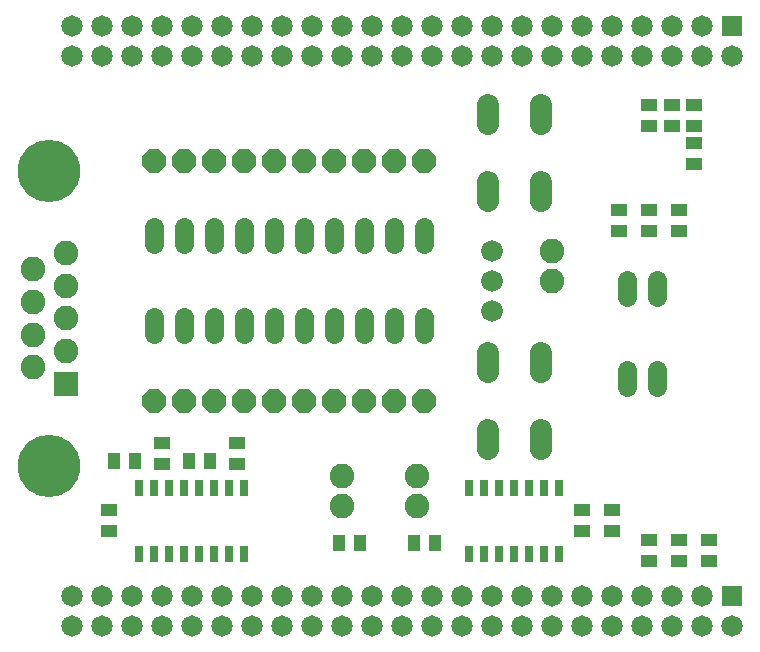
<source format=gbs>
G75*
G70*
%OFA0B0*%
%FSLAX24Y24*%
%IPPOS*%
%LPD*%
%AMOC8*
5,1,8,0,0,1.08239X$1,22.5*
%
%ADD10R,0.0714X0.0714*%
%ADD11C,0.0714*%
%ADD12R,0.0552X0.0395*%
%ADD13C,0.0640*%
%ADD14R,0.0316X0.0552*%
%ADD15C,0.0720*%
%ADD16C,0.0720*%
%ADD17C,0.0820*%
%ADD18R,0.0395X0.0552*%
%ADD19R,0.0820X0.0820*%
%ADD20C,0.2080*%
%ADD21OC8,0.0780*%
D10*
X029113Y002250D03*
X029113Y021250D03*
D11*
X007113Y001250D03*
X008113Y001250D03*
X009113Y001250D03*
X010113Y001250D03*
X011113Y001250D03*
X012113Y001250D03*
X013113Y001250D03*
X014113Y001250D03*
X015113Y001250D03*
X016113Y001250D03*
X017113Y001250D03*
X018113Y001250D03*
X019113Y001250D03*
X020113Y001250D03*
X021113Y001250D03*
X022113Y001250D03*
X023113Y001250D03*
X024113Y001250D03*
X025113Y001250D03*
X026113Y001250D03*
X027113Y001250D03*
X028113Y001250D03*
X029113Y001250D03*
X028113Y002250D03*
X027113Y002250D03*
X026113Y002250D03*
X025113Y002250D03*
X024113Y002250D03*
X023113Y002250D03*
X022113Y002250D03*
X021113Y002250D03*
X020113Y002250D03*
X019113Y002250D03*
X018113Y002250D03*
X017113Y002250D03*
X016113Y002250D03*
X015113Y002250D03*
X014113Y002250D03*
X013113Y002250D03*
X012113Y002250D03*
X011113Y002250D03*
X010113Y002250D03*
X009113Y002250D03*
X008113Y002250D03*
X007113Y002250D03*
X007113Y020250D03*
X008113Y020250D03*
X009113Y020250D03*
X010113Y020250D03*
X011113Y020250D03*
X012113Y020250D03*
X013113Y020250D03*
X014113Y020250D03*
X015113Y020250D03*
X016113Y020250D03*
X017113Y020250D03*
X018113Y020250D03*
X019113Y020250D03*
X020113Y020250D03*
X021113Y020250D03*
X022113Y020250D03*
X023113Y020250D03*
X024113Y020250D03*
X025113Y020250D03*
X026113Y020250D03*
X027113Y020250D03*
X028113Y020250D03*
X029113Y020250D03*
X028113Y021250D03*
X027113Y021250D03*
X026113Y021250D03*
X025113Y021250D03*
X024113Y021250D03*
X023113Y021250D03*
X022113Y021250D03*
X021113Y021250D03*
X020113Y021250D03*
X019113Y021250D03*
X018113Y021250D03*
X017113Y021250D03*
X016113Y021250D03*
X015113Y021250D03*
X014113Y021250D03*
X013113Y021250D03*
X012113Y021250D03*
X011113Y021250D03*
X010113Y021250D03*
X009113Y021250D03*
X008113Y021250D03*
X007113Y021250D03*
D12*
X025363Y015104D03*
X025363Y014396D03*
X026363Y014396D03*
X027363Y014396D03*
X027363Y015104D03*
X026363Y015104D03*
X027863Y016646D03*
X027863Y017354D03*
X027863Y017896D03*
X027113Y017896D03*
X026363Y017896D03*
X026363Y018604D03*
X027113Y018604D03*
X027863Y018604D03*
X012613Y007354D03*
X012613Y006646D03*
X010113Y006646D03*
X010113Y007354D03*
X008363Y005104D03*
X008363Y004396D03*
X024113Y004396D03*
X025113Y004396D03*
X025113Y005104D03*
X024113Y005104D03*
X026363Y004104D03*
X027363Y004104D03*
X027363Y003396D03*
X026363Y003396D03*
X028363Y003396D03*
X028363Y004104D03*
D13*
X026613Y009220D02*
X026613Y009780D01*
X025613Y009780D02*
X025613Y009220D01*
X025613Y012220D02*
X025613Y012780D01*
X026613Y012780D02*
X026613Y012220D01*
X018863Y011530D02*
X018863Y010970D01*
X017863Y010970D02*
X017863Y011530D01*
X016863Y011530D02*
X016863Y010970D01*
X015863Y010970D02*
X015863Y011530D01*
X014863Y011530D02*
X014863Y010970D01*
X013863Y010970D02*
X013863Y011530D01*
X012863Y011530D02*
X012863Y010970D01*
X011863Y010970D02*
X011863Y011530D01*
X010863Y011530D02*
X010863Y010970D01*
X009863Y010970D02*
X009863Y011530D01*
X009863Y013970D02*
X009863Y014530D01*
X010863Y014530D02*
X010863Y013970D01*
X011863Y013970D02*
X011863Y014530D01*
X012863Y014530D02*
X012863Y013970D01*
X013863Y013970D02*
X013863Y014530D01*
X014863Y014530D02*
X014863Y013970D01*
X015863Y013970D02*
X015863Y014530D01*
X016863Y014530D02*
X016863Y013970D01*
X017863Y013970D02*
X017863Y014530D01*
X018863Y014530D02*
X018863Y013970D01*
D14*
X020363Y005852D03*
X020863Y005852D03*
X021363Y005852D03*
X021863Y005852D03*
X022363Y005852D03*
X022863Y005852D03*
X023363Y005852D03*
X023363Y003648D03*
X022863Y003648D03*
X022363Y003648D03*
X021863Y003648D03*
X021363Y003648D03*
X020863Y003648D03*
X020363Y003648D03*
X012863Y003648D03*
X012363Y003648D03*
X011863Y003648D03*
X011363Y003648D03*
X010863Y003648D03*
X010363Y003648D03*
X009863Y003648D03*
X009363Y003648D03*
X009363Y005852D03*
X009863Y005852D03*
X010363Y005852D03*
X010863Y005852D03*
X011363Y005852D03*
X011863Y005852D03*
X012363Y005852D03*
X012863Y005852D03*
D15*
X020973Y007150D02*
X020973Y007790D01*
X022753Y007790D02*
X022753Y007150D01*
X022753Y009710D02*
X022753Y010350D01*
X020973Y010350D02*
X020973Y009710D01*
X020973Y015400D02*
X020973Y016040D01*
X022753Y016040D02*
X022753Y015400D01*
X022753Y017960D02*
X022753Y018600D01*
X020973Y018600D02*
X020973Y017960D01*
D16*
X021113Y013750D03*
X021113Y012750D03*
X021113Y011750D03*
D17*
X023113Y012750D03*
X023113Y013750D03*
X018613Y006250D03*
X018613Y005250D03*
X016113Y005250D03*
X016113Y006250D03*
X006922Y010409D03*
X005804Y009866D03*
X005804Y010957D03*
X006922Y011500D03*
X005804Y012043D03*
X006922Y012591D03*
X005804Y013134D03*
X006922Y013681D03*
D18*
X008509Y006750D03*
X009218Y006750D03*
X011009Y006750D03*
X011718Y006750D03*
X016009Y004000D03*
X016718Y004000D03*
X018509Y004000D03*
X019218Y004000D03*
D19*
X006922Y009319D03*
D20*
X006363Y006579D03*
X006363Y016421D03*
D21*
X009863Y016750D03*
X010863Y016750D03*
X011863Y016750D03*
X012863Y016750D03*
X013863Y016750D03*
X014863Y016750D03*
X015863Y016750D03*
X016863Y016750D03*
X017863Y016750D03*
X018863Y016750D03*
X018863Y008750D03*
X017863Y008750D03*
X016863Y008750D03*
X015863Y008750D03*
X014863Y008750D03*
X013863Y008750D03*
X012863Y008750D03*
X011863Y008750D03*
X010863Y008750D03*
X009863Y008750D03*
M02*

</source>
